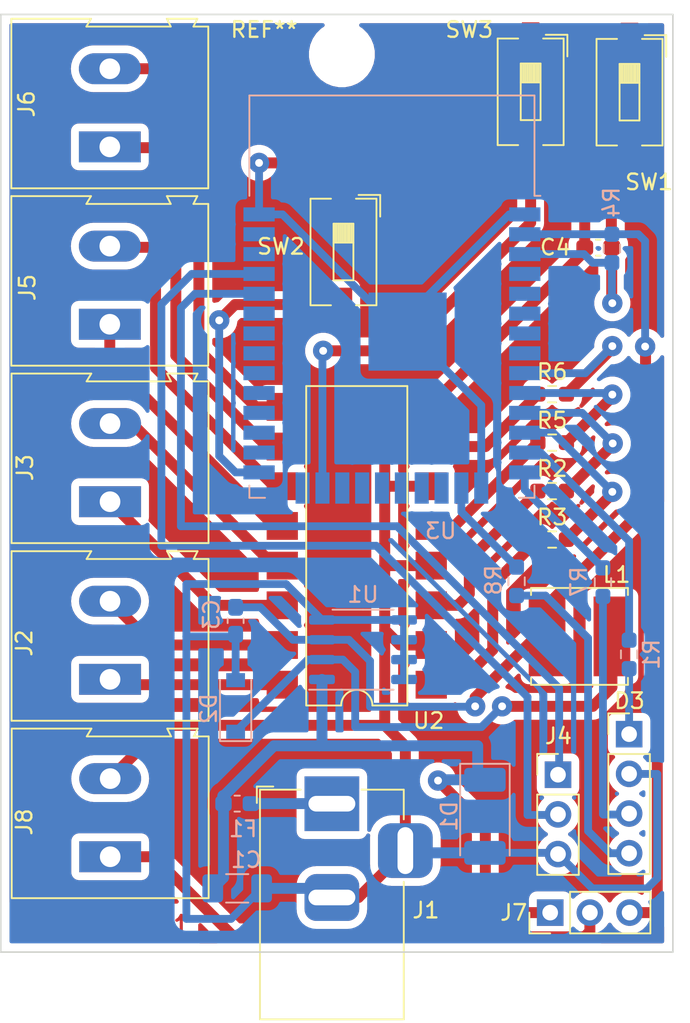
<source format=kicad_pcb>
(kicad_pcb (version 20211014) (generator pcbnew)

  (general
    (thickness 1.6)
  )

  (paper "A4")
  (title_block
    (title "MqTrigger")
    (date "2022-04-16")
    (rev "1.1")
    (company "chodak166")
  )

  (layers
    (0 "F.Cu" signal)
    (31 "B.Cu" signal)
    (32 "B.Adhes" user "B.Adhesive")
    (33 "F.Adhes" user "F.Adhesive")
    (34 "B.Paste" user)
    (35 "F.Paste" user)
    (36 "B.SilkS" user "B.Silkscreen")
    (37 "F.SilkS" user "F.Silkscreen")
    (38 "B.Mask" user)
    (39 "F.Mask" user)
    (40 "Dwgs.User" user "User.Drawings")
    (41 "Cmts.User" user "User.Comments")
    (42 "Eco1.User" user "User.Eco1")
    (43 "Eco2.User" user "User.Eco2")
    (44 "Edge.Cuts" user)
    (45 "Margin" user)
    (46 "B.CrtYd" user "B.Courtyard")
    (47 "F.CrtYd" user "F.Courtyard")
    (48 "B.Fab" user)
    (49 "F.Fab" user)
  )

  (setup
    (pad_to_mask_clearance 0)
    (pcbplotparams
      (layerselection 0x00010f0_ffffffff)
      (disableapertmacros false)
      (usegerberextensions false)
      (usegerberattributes true)
      (usegerberadvancedattributes true)
      (creategerberjobfile true)
      (svguseinch false)
      (svgprecision 6)
      (excludeedgelayer true)
      (plotframeref false)
      (viasonmask false)
      (mode 1)
      (useauxorigin false)
      (hpglpennumber 1)
      (hpglpenspeed 20)
      (hpglpendiameter 15.000000)
      (dxfpolygonmode true)
      (dxfimperialunits true)
      (dxfusepcbnewfont true)
      (psnegative false)
      (psa4output false)
      (plotreference true)
      (plotvalue true)
      (plotinvisibletext false)
      (sketchpadsonfab false)
      (subtractmaskfromsilk false)
      (outputformat 1)
      (mirror false)
      (drillshape 0)
      (scaleselection 1)
      (outputdirectory "mqtrigger1.1-gerber-fbmask/")
    )
  )

  (net 0 "")
  (net 1 "GND")
  (net 2 "+3V3")
  (net 3 "Net-(D2-Pad1)")
  (net 4 "Net-(U3-Pad37)")
  (net 5 "Net-(U3-Pad36)")
  (net 6 "Net-(U3-Pad33)")
  (net 7 "Net-(U3-Pad32)")
  (net 8 "Net-(U3-Pad31)")
  (net 9 "Net-(U3-Pad30)")
  (net 10 "Net-(U3-Pad29)")
  (net 11 "Net-(U3-Pad22)")
  (net 12 "Net-(U3-Pad21)")
  (net 13 "Net-(U3-Pad20)")
  (net 14 "Net-(U3-Pad19)")
  (net 15 "Net-(U3-Pad18)")
  (net 16 "Net-(U3-Pad17)")
  (net 17 "Net-(U3-Pad8)")
  (net 18 "Net-(U3-Pad7)")
  (net 19 "Net-(U3-Pad6)")
  (net 20 "Net-(U3-Pad5)")
  (net 21 "Net-(U3-Pad4)")
  (net 22 "ESP_EN")
  (net 23 "ESP_BOOT")
  (net 24 "ESP_SERVICE")
  (net 25 "ESP_LEDB")
  (net 26 "ESP_LEDG")
  (net 27 "ESP_LEDR")
  (net 28 "+12V")
  (net 29 "ESP_TXD0")
  (net 30 "ESP_RXD0")
  (net 31 "ESP_TRIG2")
  (net 32 "ESP_TRIG3")
  (net 33 "ESP_TRIG4")
  (net 34 "ESP_TRIG1")
  (net 35 "Net-(U3-Pad24)")
  (net 36 "Net-(U3-Pad26)")
  (net 37 "Net-(U3-Pad27)")
  (net 38 "Net-(U3-Pad28)")
  (net 39 "Net-(D3-Pad1)")
  (net 40 "Net-(D3-Pad3)")
  (net 41 "Net-(D3-Pad4)")
  (net 42 "F12V")
  (net 43 "/T1_CTL")
  (net 44 "/T2_CTL")
  (net 45 "/T3_CTL")
  (net 46 "/T4_CTL")
  (net 47 "/T1E")
  (net 48 "/T1C")
  (net 49 "/T2E")
  (net 50 "/T2C")
  (net 51 "/T3E")
  (net 52 "/T3C")
  (net 53 "/T4E")
  (net 54 "/T4C")
  (net 55 "/VCC_CUSTOM")

  (footprint "MountingHole:MountingHole_3.2mm_M3" (layer "F.Cu") (at 142.25 68.725))

  (footprint "Resistor_SMD:R_0603_1608Metric_Pad0.98x0.95mm_HandSolder" (layer "F.Cu") (at 155.7 99.775))

  (footprint "Capacitor_SMD:C_0603_1608Metric_Pad1.08x0.95mm_HandSolder" (layer "F.Cu") (at 158.65 81.1 180))

  (footprint "Resistor_SMD:R_0603_1608Metric_Pad0.98x0.95mm_HandSolder" (layer "F.Cu") (at 155.7 93.575))

  (footprint "Resistor_SMD:R_0603_1608Metric_Pad0.98x0.95mm_HandSolder" (layer "F.Cu") (at 155.7 96.675))

  (footprint "Resistor_SMD:R_0603_1608Metric_Pad0.98x0.95mm_HandSolder" (layer "F.Cu") (at 155.7 90.475))

  (footprint "Package_DIP:SMDIP-16_W9.53mm" (layer "F.Cu") (at 143.2 100.175 180))

  (footprint "Button_Switch_SMD:SW_DIP_SPSTx01_Slide_6.7x4.1mm_W6.73mm_P2.54mm_LowProfile_JPin" (layer "F.Cu") (at 154.325 71.125 -90))

  (footprint "Connector_PinHeader_2.54mm:PinHeader_1x03_P2.54mm_Vertical" (layer "F.Cu") (at 156.075 114.825))

  (footprint "Inductor_SMD:L_Bourns_SRN6045TA" (layer "F.Cu") (at 157.45 105.975 180))

  (footprint "Connector_BarrelJack:BarrelJack_Horizontal" (layer "F.Cu") (at 141.608 116.6815 90))

  (footprint "Connector_PinHeader_2.54mm:PinHeader_1x04_P2.54mm_Vertical" (layer "F.Cu") (at 160.625 112.23))

  (footprint "TerminalBlock:TerminalBlock_Altech_AK300-2_P5.00mm" (layer "F.Cu") (at 127.425 120.075 90))

  (footprint "TerminalBlock:TerminalBlock_Altech_AK300-2_P5.00mm" (layer "F.Cu") (at 127.4 74.65 90))

  (footprint "TerminalBlock:TerminalBlock_Altech_AK300-2_P5.00mm" (layer "F.Cu") (at 127.4155 108.7215 90))

  (footprint "TerminalBlock:TerminalBlock_Altech_AK300-2_P5.00mm" (layer "F.Cu") (at 127.4 86 90))

  (footprint "TerminalBlock:TerminalBlock_Altech_AK300-2_P5.00mm" (layer "F.Cu") (at 127.4155 97.355 90))

  (footprint "Button_Switch_SMD:SW_DIP_SPSTx01_Slide_6.7x4.1mm_W6.73mm_P2.54mm_LowProfile_JPin" (layer "F.Cu") (at 160.65 71.15 -90))

  (footprint "Button_Switch_SMD:SW_DIP_SPSTx01_Slide_6.7x4.1mm_W6.73mm_P2.54mm_LowProfile_JPin" (layer "F.Cu") (at 142.35 81.375 -90))

  (footprint "Connector_PinHeader_2.54mm:PinHeader_1x03_P2.54mm_Vertical" (layer "F.Cu") (at 155.575 123.65 90))

  (footprint "Package_SO:SOP-8_3.9x4.9mm_P1.27mm" (layer "B.Cu") (at 143.6 106.825))

  (footprint "Capacitor_SMD:C_0603_1608Metric_Pad1.08x0.95mm_HandSolder" (layer "B.Cu") (at 135.45 104.975 -90))

  (footprint "Resistor_SMD:R_0603_1608Metric_Pad0.98x0.95mm_HandSolder" (layer "B.Cu") (at 159.525 81.15 90))

  (footprint "Diode_SMD:D_2010_5025Metric_Pad1.52x2.65mm_HandSolder" (layer "B.Cu") (at 151.4 117.4875 -90))

  (footprint "Diode_SMD:D_SOD-123" (layer "B.Cu") (at 135.45 110.425 90))

  (footprint "Fuse:Fuse_0603_1608Metric_Pad1.05x0.95mm_HandSolder" (layer "B.Cu") (at 135.55 116.675))

  (footprint "Capacitor_SMD:C_1206_3216Metric_Pad1.33x1.80mm_HandSolder" (layer "B.Cu") (at 135.55 122.0975))

  (footprint "RF_Module:ESP32-WROOM-32" (layer "B.Cu") (at 145.45 87.225 180))

  (footprint "Resistor_SMD:R_0603_1608Metric_Pad0.98x0.95mm_HandSolder" (layer "B.Cu") (at 158.95 102.5 90))

  (footprint "Resistor_SMD:R_0603_1608Metric_Pad0.98x0.95mm_HandSolder" (layer "B.Cu") (at 160.625 107.125 90))

  (footprint "Resistor_SMD:R_0603_1608Metric_Pad0.98x0.95mm_HandSolder" (layer "B.Cu") (at 153.425 102.45 90))

  (gr_line (start 163.425 126.175) (end 120.425 126.175) (layer "Edge.Cuts") (width 0.1) (tstamp 00000000-0000-0000-0000-0000625a40c7))
  (gr_line (start 120.425 126.175) (end 120.425 66.175) (layer "Edge.Cuts") (width 0.1) (tstamp 00000000-0000-0000-0000-0000625a40ca))
  (gr_line (start 120.425 66.175) (end 163.425 66.175) (layer "Edge.Cuts") (width 0.1) (tstamp 00000000-0000-0000-0000-0000625db718))
  (gr_line (start 163.425 66.175) (end 163.425 126.175) (layer "Edge.Cuts") (width 0.1) (tstamp 00000000-0000-0000-0000-0000625db724))
  (gr_text "MqTrigger v1.1" (at 126.9 124.425) (layer "F.Cu") (tstamp 9a0be342-5287-49c8-ae22-8fb24609b14c)
    (effects (font (size 1.1 1) (thickness 0.2)))
  )

  (segment (start 143.308 122.6815) (end 146.308 119.6815) (width 0.7) (layer "F.Cu") (net 1) (tstamp 00000000-0000-0000-0000-0000625b1e0b))
  (segment (start 144.99 105.55) (end 145.965 106.525) (width 0.7) (layer "F.Cu") (net 1) (tstamp 00000000-0000-0000-0000-0000625b1ee3))
  (segment (start 145.21 96.365) (end 144.99 96.585) (width 0.7) (layer "F.Cu") (net 1) (tstamp 00000000-0000-0000-0000-0000625b1efb))
  (segment (start 144.99 111.665) (end 146.308 112.983) (width 0.7) (layer "F.Cu") (net 1) (tstamp 00000000-0000-0000-0000-0000625b1f76))
  (segment (start 144.99 96.585) (end 144.99 101.365) (width 0.7) (layer "F.Cu") (net 1) (tstamp 00000000-0000-0000-0000-0000625b2186))
  (segment (start 146.216 113.075) (end 146.308 112.983) (width 0.7) (layer "F.Cu") (net 1) (tstamp 00000000-0000-0000-0000-0000625b225b))
  (segment (start 146.308 119.6815) (end 146.9065 119.6815) (width 0.7) (layer "F.Cu") (net 1) (tstamp 00000000-0000-0000-0000-0000625b2261))
  (segment (start 145.965 106.525) (end 147.965 106.525) (width 0.7) (layer "F.Cu") (net 1) (tstamp 00000000-0000-0000-0000-0000625b2276))
  (segment (start 145.07 101.445) (end 144.99 101.365) (width 0.7) (layer "F.Cu") (net 1) (tstamp 00000000-0000-0000-0000-0000625b2288))
  (segment (start 144.99 101.365) (end 144.99 105.55) (width 0.7) (layer "F.Cu") (net 1) (tstamp 00000000-0000-0000-0000-0000625b228b))
  (segment (start 147.965 101.445) (end 145.07 101.445) (width 0.7) (layer "F.Cu") (net 1) (tstamp 00000000-0000-0000-0000-0000625b2297))
  (segment (start 147.965 91.285) (end 144.99 91.285) (width 0.7) (layer "F.Cu") (net 1) (tstamp 00000000-0000-0000-0000-0000625b23cc))
  (segment (start 147.965 96.365) (end 145.21 96.365) (width 0.7) (layer "F.Cu") (net 1) (tstamp 00000000-0000-0000-0000-0000625b2456))
  (segment (start 144.99 91.285) (end 144.99 96.585) (width 0.7) (layer "F.Cu") (net 1) (tstamp 00000000-0000-0000-0000-0000625b25d6))
  (segment (start 144.99 105.55) (end 144.99 111.665) (width 0.7) (layer "F.Cu") (net 1) (tstamp 00000000-0000-0000-0000-0000625b2744))
  (segment (start 146.308 112.983) (end 146.308 119.6815) (width 0.7) (layer "F.Cu") (net 1) (tstamp 00000000-0000-0000-0000-0000625b289d))
  (segment (start 141.608 122.6815) (end 143.308 122.6815) (width 0.7) (layer "F.Cu") (net 1) (tstamp 00000000-0000-0000-0000-0000625b2bac))
  (segment (start 136.975 75.7) (end 136.95 75.675) (width 0.7) (layer "F.Cu") (net 1) (tstamp 00000000-0000-0000-0000-0000625b2d89))
  (segment (start 154.325 67.76) (end 157.79 67.76) (width 0.7) (layer "F.Cu") (net 1) (tstamp 0647ee40-de7d-48e9-a4af-21ce5b4033f8))
  (segment (start 150.925 69.075) (end 152.24 67.76) (width 0.7) (layer "F.Cu") (net 1) (tstamp 1f1284ca-3a04-489d-8cd9-8cf6c7e161cf))
  (segment (start 160.625 67.76) (end 160.65 67.785) (width 0.7) (layer "F.Cu") (net 1) (tstamp 25fd92dd-dc60-453f-ba3e-6d77f9db47d6))
  (segment (start 136.95 75.675) (end 138.175 75.675) (width 0.7) (layer "F.Cu") (net 1) (tstamp 32f78f58-9ca9-46a0-b527-2a9f2a30df7f))
  (segment (start 152.24 67.76) (end 154.325 67.76) (width 0.7) (layer "F.Cu") (net 1) (tstamp 3842a97f-9a1b-45df-8c43-24a77eda31a2))
  (segment (start 150.925 75.75) (end 150.925 69.075) (width 0.7) (layer "F.Cu") (net 1) (tstamp 65c10ef7-9e8f-405d-9f88-4d69e1eb20f9))
  (segment (start 138.275 75.775) (end 138.175 75.675) (width 0.7) (layer "F.Cu") (net 1) (tstamp 6daa609c-3108-4f32-9cc5-268b3dd885ef))
  (segment (start 157.7625 67.7875) (end 157.79 67.76) (width 0.7) (layer "F.Cu") (net 1) (tstamp 733c8457-2f92-445a-920e-fb91ebdce6c5))
  (segment (start 144.99 111.665) (end 130.835 111.665) (width 0.7) (layer "F.Cu") (net 1) (tstamp 7f29a2d7-798d-4726-8f54-012b9d5ae240))
  (segment (start 150.85 75.675) (end 150.925 75.75) (width 0.7) (layer "F.Cu") (net 1) (tstamp 8ccc22fe-e215-461d-84f4-0bdc5870364b))
  (segment (start 147.965 91.1475) (end 157.7875 81.325) (width 0.7) (layer "F.Cu") (net 1) (tstamp 90760b5b-ca43-46ae-acc4-e3cfc9292913))
  (segment (start 142.35 75.775) (end 142.25 75.675) (width 0.7) (layer "F.Cu") (net 1) (tstamp 985e5b81-10e6-42da-bdf3-67ef066659dc))
  (segment (start 157.7875 81.325) (end 157.7875 78.6) (width 0.7) (layer "F.Cu") (net 1) (tstamp 9d0010e4-e10a-43f3-80d2-fe8263daea01))
  (segment (start 142.25 75.675) (end 150.85 75.675) (width 0.7) (layer "F.Cu") (net 1) (tstamp a31f4e44-796b-43f4-908c-5ee91293034a))
  (segment (start 142.35 78.01) (end 142.35 75.775) (width 0.7) (layer "F.Cu") (net 1) (tstamp a442f024-93ff-4f61-bad2-8b1d5354200e))
  (segment (start 157.7875 78.6) (end 157.7625 78.575) (width 0.7) (layer "F.Cu") (net 1) (tstamp a6938a69-4631-4604-8fc6-06979c01deb9))
  (segment (start 157.7625 78.575) (end 157.7625 67.7875) (width 0.7) (layer "F.Cu") (net 1) (tstamp afe01ac1-2df9-43a6-87a6-646dbd8d437a))
  (segment (start 138.175 75.675) (end 142.25 75.675) (width 0.7) (layer "F.Cu") (net 1) (tstamp b1320f3d-a618-4b03-9215-1e247aa6bd18))
  (segment (start 147.965 91.285) (end 147.965 91.1475) (width 0.7) (layer "F.Cu") (net 1) (tstamp b5b7bc13-d50b-472b-8a52-539557e980cf))
  (segment (start 130.835 111.665) (end 127.425 115.075) (width 0.7) (layer "F.Cu") (net 1) (tstamp d8e9c656-0746-43f3-8f1d-4ed5537d7816))
  (segment (start 157.79 67.76) (end 160.625 67.76) (width 0.7) (layer "F.Cu") (net 1) (tstamp ea8c2466-922d-4bc6-a576-7cb90766b1f5))
  (via (at 136.95 75.675) (size 1.3) (drill 0.5) (layers "F.Cu" "B.Cu") (net 1) (tstamp 00000000-0000-0000-0000-0000625b23ae))
  (segment (start 146.45 85.479998) (end 146.45 86.47) (width 0.5) (layer "B.Cu") (net 1) (tstamp 00000000-0000-0000-0000-0000625b1eec))
  (segment (start 156.0875 119.9175) (end 156.075 119.905) (width 0.5) (layer "B.Cu") (net 1) (tstamp 00000000-0000-0000-0000-0000625b1f01))
  (segment (start 135.45 108.775) (end 135.45 105.8375) (width 0.5) (layer "B.Cu") (net 1) (tstamp 00000000-0000-0000-0000-0000625b1f04))
  (segment (start 151.165 96.48) (end 151.165 91.185) (width 0.5) (layer "B.Cu") (net 1) (tstamp 00000000-0000-0000-0000-0000625b1f07))
  (segment (start 145.95 86.47) (end 146.45 86.47) (width 0.5) (layer "B.Cu") (net 1) (tstamp 00000000-0000-0000-0000-0000625b1f0a))
  (segment (start 132.3 105.975) (end 135.3125 105.975) (width 0.5) (layer "B.Cu") (net 1) (tstamp 00000000-0000-0000-0000-0000625b1f58))
  (segment (start 151.165 91.185) (end 146.45 86.47) (width 0.5) (layer "B.Cu") (net 1) (tstamp 00000000-0000-0000-0000-0000625b212f))
  (segment (start 136.95 78.97) (end 138.45 78.97) (width 0.5) (layer "B.Cu") (net 1) (tstamp 00000000-0000-0000-0000-0000625b215f))
  (segment (start 138.68 102.625) (end 140.975 104.92) (width 0.5) (layer "B.Cu") (net 1) (tstamp 00000000-0000-0000-0000-0000625b2171))
  (segment (start 135.3125 105.975) (end 135.45 105.8375) (width 0.5) (layer "B.Cu") (net 1) (tstamp 00000000-0000-0000-0000-0000625b218c))
  (segment (start 146.577 119.4125) (end 146.308 119.6815) (width 0.7) (layer "B.Cu") (net 1) (tstamp 00000000-0000-0000-0000-0000625b21ad))
  (segment (start 141.024 122.0975) (end 141.608 122.6815) (width 1) (layer "B.Cu") (net 1) (tstamp 00000000-0000-0000-0000-0000625b21b6))
  (segment (start 146.225 108.73) (end 146.225 107.46) (width 0.5) (layer "B.Cu") (net 1) (tstamp 00000000-0000-0000-0000-0000625b2285))
  (segment (start 151.4 119.825) (end 146.4515 119.825) (width 0.7) (layer "B.Cu") (net 1) (tstamp 00000000-0000-0000-0000-0000625b23a2))
  (segment (start 136.95 78.97) (end 136.95 75.675) (width 0.5) (layer "B.Cu") (net 1) (tstamp 00000000-0000-0000-0000-0000625b23b1))
  (segment (start 136.95 75.675) (end 136.95 75.675) (width 0.5) (layer "B.Cu") (net 1) (tstamp 00000000-0000-0000-0000-0000625b23b4))
  (segment (start 138.45 78.97) (end 145.95 86.47) (width 0.5) (layer "B.Cu") (net 1) (tstamp 00000000-0000-0000-0000-0000625b2438))
  (segment (start 137.1125 122.0975) (end 141.024 122.0975) (width 0.7) (layer "B.Cu") (net 1) (tstamp 00000000-0000-0000-0000-0000625b25a3))
  (segment (start 132.3 105.975) (end 132.3 124.05) (width 0.5) (layer "B.Cu") (net 1) (tstamp 00000000-0000-0000-0000-0000625b25eb))
  (segment (start 155.995 119.825) (end 156.075 119.905) (width 0.5) (layer "B.Cu") (net 1) (tstamp 00000000-0000-0000-0000-0000625b2729))
  (segment (start 160.63 114.775) (end 160.625 114.77) (width 0.5) (layer "B.Cu") (net 1) (tstamp 00000000-0000-0000-0000-0000625b272f))
  (segment (start 132.3 124.05) (end 135.16 124.05) (width 0.5) (layer "B.Cu") (net 1) (tstamp 00000000-0000-0000-0000-0000625b2750))
  (segment (start 132.3 102.625) (end 138.68 102.625) (width 0.5) (layer "B.Cu") (net 1) (tstamp 00000000-0000-0000-0000-0000625b2756))
  (segment (start 140.975 104.92) (end 146.225 104.92) (width 0.5) (layer "B.Cu") (net 1) (tstamp 00000000-0000-0000-0000-0000625b28a3))
  (segment (start 132.3 102.625) (end 132.3 105.975) (width 0.5) (layer "B.Cu") (net 1) (tstamp 00000000-0000-0000-0000-0000625b2960))
  (segment (start 155.745 119.825) (end 155.775 119.855) (width 0.5) (layer "B.Cu") (net 1) (tstamp 00000000-0000-0000-0000-0000625b2bb2))
  (segment (start 146.225 104.92) (end 146.225 106.19) (width 0.5) (layer "B.Cu") (net 1) (tstamp 00000000-0000-0000-0000-0000625b2bb5))
  (segment (start 146.225 106.19) (end 146.225 107.46) (width 0.5) (layer "B.Cu") (net 1) (tstamp 00000000-0000-0000-0000-0000625b2bc1))
  (segment (start 135.16 124.05) (end 137.1125 122.0975) (width 0.5) (layer "B.Cu") (net 1) (tstamp 00000000-0000-0000-0000-0000625b2bc7))
  (segment (start 146.4515 119.825) (end 146.308 119.6815) (width 0.7) (layer "B.Cu") (net 1) (tstamp 00000000-0000-0000-0000-0000625b2bd3))
  (segment (start 153.95 78.97) (end 152.959998 78.97) (width 0.5) (layer "B.Cu") (net 1) (tstamp 00000000-0000-0000-0000-0000625b2d59))
  (segment (start 152.959998 78.97) (end 146.45 85.479998) (width 0.5) (layer "B.Cu") (net 1) (tstamp 00000000-0000-0000-0000-0000625b2d5c))
  (segment (start 162.425 114.775) (end 160.63 114.775) (width 0.5) (layer "B.Cu") (net 1) (tstamp 00000000-0000-0000-0000-0000625b2d7a))
  (segment (start 151.4 119.825) (end 155.995 119.825) (width 0.5) (layer "B.Cu") (net 1) (tstamp 00000000-0000-0000-0000-0000625b2d86))
  (segment (start 161.775 122.1) (end 158.27 122.1) (width 0.5) (layer "B.Cu") (net 1) (tstamp 182abc23-8215-4fc6-9844-99a76e4f60e0))
  (segment (start 162.425 121.45) (end 161.775 122.1) (width 0.5) (layer "B.Cu") (net 1) (tstamp 3ef0af8d-1804-474b-8429-ed566fb3eed2))
  (segment (start 158.27 122.1) (end 156.075 119.905) (width 0.5) (layer "B.Cu") (net 1) (tstamp 5556fe55-7660-41b3-962f-dc7820444117))
  (segment (start 162.425 114.775) (end 162.425 121.45) (width 0.5) (layer "B.Cu") (net 1) (tstamp fae3efdc-4cf6-4206-8a57-5074c2fa78e8))
  (segment (start 161.675 87.325) (end 161.675 87.325) (width 0.7) (layer "F.Cu") (net 2) (tstamp 00000000-0000-0000-0000-0000625b1d42))
  (segment (start 155.35 106) (end 155.375 105.975) (width 0.7) (layer "F.Cu") (net 2) (tstamp 00000000-0000-0000-0000-0000625b1f55))
  (segment (start 150.775 110.45) (end 150.775 109.875) (width 0.7) (layer "F.Cu") (net 2) (tstamp 00000000-0000-0000-0000-0000625b214d))
  (segment (start 150.775 109.875) (end 154.675 105.975) (width 0.7) (layer "F.Cu") (net 2) (tstamp 00000000-0000-0000-0000-0000625b21b9))
  (segment (start 154.675 105.975) (end 155.375 105.975) (width 0.7) (layer "F.Cu") (net 2) (tstamp 00000000-0000-0000-0000-0000625b2399))
  (segment (start 161.675 97.675) (end 161.675 87.325) (width 0.7) (layer "F.Cu") (net 2) (tstamp 00000000-0000-0000-0000-0000625b243e))
  (segment (start 155.375 105.975) (end 155.375 103.975) (width 0.7) (layer "F.Cu") (net 2) (tstamp 00000000-0000-0000-0000-0000625b2444))
  (segment (start 155.375 103.975) (end 161.2875 98.0625) (width 0.7) (layer "F.Cu") (net 2) (tstamp 25a259d7-c888-4570-8f0f-c49533696b26))
  (segment (start 162.425 123.65) (end 162.425 98.425) (width 0.7) (layer "F.Cu") (net 2) (tstamp 7d303661-3e22-4224-9aca-4846e6519db3))
  (segment (start 162.425 123.65) (end 160.655 123.65) (width 0.7) (layer "F.Cu") (net 2) (tstamp b92798a2-1b68-40ad-be4a-a67d134ad3ce))
  (segment (start 161.2875 98.0625) (end 161.675 97.675) (width 0.7) (layer "F.Cu") (net 2) (tstamp dbadfec8-f379-4a96-865a-739c0dd80a33))
  (segment (start 161.325 98.025) (end 161.2875 98.0625) (width 0.7) (layer "F.Cu") (net 2) (tstamp e37e920b-73b0-4184-a933-c321f4e85d7c))
  (segment (start 162.425 98.425) (end 161.675 97.675) (width 0.7) (layer "F.Cu") (net 2) (tstamp fc006851-a3cc-4d2e-b5de-0efa1ec6d7e0))
  (via (at 150.775 110.45) (size 1.3) (drill 0.5) (layers "F.Cu" "B.Cu") (net 2) (tstamp 00000000-0000-0000-0000-0000625b2180))
  (via (at 161.65 87.425) (size 1.3) (drill 0.5) (layers "F.Cu" "B.Cu") (net 2) (tstamp 00000000-0000-0000-0000-0000625b2453))
  (segment (start 144.05 110.475) (end 150.75 110.475) (width 0.5) (layer "B.Cu") (net 2) (tstamp 00000000-0000-0000-0000-0000625b1dff))
  (segment (start 161.65 80.675) (end 161.2125 80.2375) (width 0.5) (layer "B.Cu") (net 2) (tstamp 00000000-0000-0000-0000-0000625b1e47))
  (segment (start 139.115 106.19) (end 140.975 106.19) (width 0.5) (layer "B.Cu") (net 2) (tstamp 00000000-0000-0000-0000-0000625b1e4d))
  (segment (start 161.2125 80.2375) (end 159.525 80.2375) (width 0.5) (layer "B.Cu") (net 2) (tstamp 00000000-0000-0000-0000-0000625b1f64))
  (segment (start 150.75 110.475) (end 150.775 110.45) (width 0.5) (layer "B.Cu") (net 2) (tstamp 00000000-0000-0000-0000-0000625b2138))
  (segment (start 135.45 104.1125) (end 137.0375 104.1125) (width 0.5) (layer "B.Cu") (net 2) (tstamp 00000000-0000-0000-0000-0000625b217d))
  (segment (start 135.5875 103.975) (end 135.45 104.1125) (width 0.5) (layer "B.Cu") (net 2) (tstamp 00000000-0000-0000-0000-0000625b2198))
  (segment (start 137.0375 104.1125) (end 139.115 106.19) (width 0.5) (layer "B.Cu") (net 2) (tstamp 00000000-0000-0000-0000-0000625b21b0))
  (segment (start 159.525 80.2375) (end 154.2025 80.2375) (width 0.5) (layer "B.Cu") (net 2) (tstamp 00000000-0000-0000-0000-0000625b227c))
  (segment (start 161.65 87.675) (end 161.65 80.675) (width 0.5) (layer "B.Cu") (net 2) (tstamp 00000000-0000-0000-0000-0000625b2af5))
  (segment (start 142.696384 106.19) (end 140.975 106.19) (width 0.5) (layer "B.Cu") (net 2) (tstamp 0cd2863f-c96a-480a-9952-9a39950e0aa9))
  (segment (start 144.05 107.543616) (end 142.696384 106.19) (width 0.5) (layer "B.Cu") (net 2) (tstamp 337751b0-b8cb-4494-b0dd-c7a035726039))
  (segment (start 144.05 110.475) (end 144.05 107.543616) (width 0.5) (layer "B.Cu") (net 2) (tstamp 459c97db-17a5-4cf2-8d74-93d211ec4c74))
  (segment (start 158.3 110.45) (end 159.525 109.225) (width 0.7) (layer "F.Cu") (net 3) (tstamp 00000000-0000-0000-0000-0000625b216b))
  (segment (start 159.525 109.225) (end 159.525 105.975) (width 0.7) (layer "F.Cu") (net 3) (tstamp 00000000-0000-0000-0000-0000625b21b3))
  (segment (start 152.5 110.45) (end 158.3 110.45) (width 0.7) (layer "F.Cu") (net 3) (tstamp 00000000-0000-0000-0000-0000625b229a))
  (segment (start 159.5 106) (end 159.525 105.975) (width 0.7) (layer "F.Cu") (net 3) (tstamp 00000000-0000-0000-0000-0000625b23a8))
  (via (at 152.5 110.45) (size 1.3) (drill 0.5) (layers "F.Cu" "B.Cu") (net 3) (tstamp 00000000-0000-0000-0000
... [152454 chars truncated]
</source>
